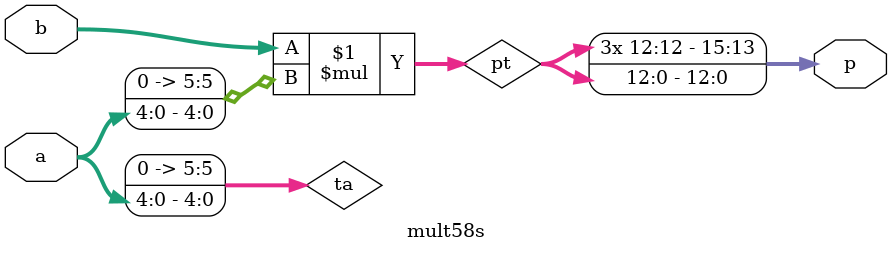
<source format=v>
module mult58s(input [4:0] a, input signed [7:0] b, output signed [15:0] p);
wire signed [12:0] pt;
wire signed [5:0] ta;
assign ta = a;
assign pt =  b * ta;
assign p=pt;
endmodule
</source>
